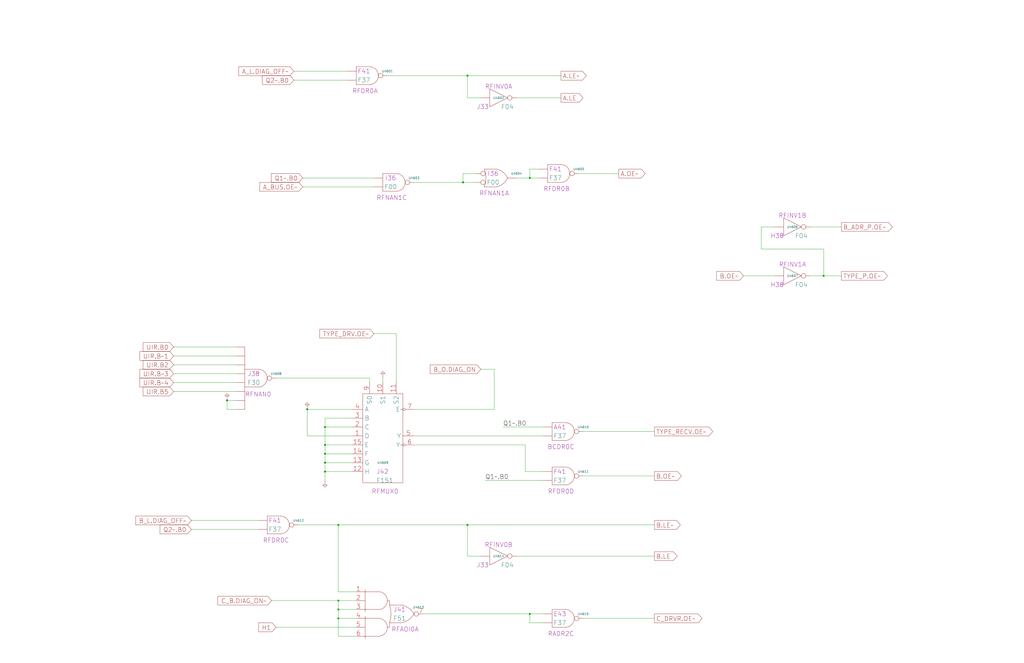
<source format=kicad_sch>
(kicad_sch (version 20250114) (generator "eeschema") (generator_version "9.0")
  (paper "User" 584.2 378.46)
  (title_block (title "REGISTER FILE CONTROL") (date "15-MAR-90") (rev "1.0") (comment 1 "TYPE") (comment 2 "232-003062") (comment 3 "S400") (comment 4 "RELEASED"))
  (lib_symbols
    (symbol "r1000:F00" (pin_numbers (hide yes)) (pin_names (hide yes))
      (property "Reference" "U" (at 15.24 0 0))
      (property "Value" "F00" (at 1.905 -5.08 0))
      (property "Location" "___" (at 1.905 0 0))
      (property "Name" "______" (at 2.54 -12.7 0))
      (symbol "F00_0_1"
        (polyline (pts (xy -2.54 2.54) (xy -2.54 -7.62)) (stroke (width 0.1524)))
        (polyline (pts (xy -2.54 2.54) (xy 5.08 2.54)) (stroke (width 0.1524)))
        (polyline (pts (xy -2.54 -7.62) (xy 5.08 -7.62)) (stroke (width 0.1524)))
        (arc (start 5.08 2.54) (mid 10.1281 -2.54) (end 5.08 -7.62) (stroke (width 0.1524)))
        (circle (center 11.43 -2.54) (radius 1.27) (stroke (width 0.1524)))
      )
      (symbol "F00_0_2"
        (arc (start -3.175 2.54) (mid -2.134 -2.54) (end -3.175 -7.62) (stroke (width 0.1524)))
        (circle (center -3.81 0) (radius 1.27) (stroke (width 0.1524)))
        (circle (center -3.81 -5.08) (radius 1.27) (stroke (width 0.1524)))
        (polyline (pts (xy -3.175 2.54) (xy 3.81 2.54)) (stroke (width 0.1524)))
        (polyline (pts (xy -3.175 -7.62) (xy 3.81 -7.62)) (stroke (width 0.1524)))
        (arc (start 3.81 2.54) (mid 7.5828 0.7472) (end 10.16 -2.54) (stroke (width 0.1524)))
        (arc (start 10.16 -2.54) (mid 7.5855 -5.8306) (end 3.81 -7.62) (stroke (width 0.1524)))
      )
      (symbol "F00_1_1"
        (pin input line (at -7.62 0 0) (length 5.08) (name "D0") (number "1"))
        (pin input line (at -7.62 -5.08 0) (length 5.08) (name "D1") (number "2"))
        (pin output line (at 15.24 -2.54 180) (length 2.54) (name "Q") (number "3"))
      )
      (symbol "F00_1_2"
        (pin input line (at -7.62 0 0) (length 2.54) (name "D0") (number "1"))
        (pin input line (at -7.62 -5.08 0) (length 2.54) (name "D1") (number "2"))
        (pin output line (at 15.24 -2.54 180) (length 5.08) (name "Q") (number "3"))
      )
    )
    (symbol "r1000:F04" (pin_numbers (hide yes)) (pin_names (hide yes))
      (property "Reference" "U" (at 0 0 0))
      (property "Value" "F04" (at 1.27 -5.08 0))
      (property "Location" "___" (at -12.7 -5.08 0))
      (property "Name" "______" (at 0 5.08 0))
      (symbol "F04_0_1"
        (polyline (pts (xy -7.62 0) (xy -5.08 0)) (stroke (width 0.1524)))
        (polyline (pts (xy -5.08 5.08) (xy -5.08 -5.08)) (stroke (width 0.1524)))
        (polyline (pts (xy 5.08 0) (xy -5.08 5.08)) (stroke (width 0.1524)))
        (polyline (pts (xy 5.08 0) (xy -5.08 -5.08)) (stroke (width 0.1524)))
        (circle (center 6.35 0) (radius 1.27) (stroke (width 0.1524)))
      )
      (symbol "F04_1_1"
        (pin input line (at -10.16 0 0) (length 2.54) (name "D0") (number "1"))
        (pin output line (at 10.16 0 180) (length 2.54) (name "Q") (number "2"))
      )
    )
    (symbol "r1000:F151" (pin_names (offset 1.016))
      (property "Reference" "U" (at 2.54 5.08 0))
      (property "Value" "F151" (at -1.27 -5.08 0))
      (property "Location" "___" (at -1.27 0 0))
      (property "Name" "______" (at 3.81 -12.7 0))
      (symbol "F151_1_1"
        (rectangle (start -8.89 44.45) (end 13.97 -6.35))
        (circle (center 14.605 35.56) (radius 0.635))
        (circle (center 14.605 15.24) (radius 0.635))
        (pin input line (at -15.24 35.56 0) (length 6.35) (name "A") (number "4"))
        (pin input line (at -15.24 30.48 0) (length 6.35) (name "B") (number "3"))
        (pin input line (at -15.24 25.4 0) (length 6.35) (name "C") (number "2"))
        (pin input line (at -15.24 20.32 0) (length 6.35) (name "D") (number "1"))
        (pin input line (at -15.24 15.24 0) (length 6.35) (name "E") (number "15"))
        (pin input line (at -15.24 10.16 0) (length 6.35) (name "F") (number "14"))
        (pin input line (at -15.24 5.08 0) (length 6.35) (name "G") (number "13"))
        (pin input line (at -15.24 0 0) (length 6.35) (name "H") (number "12"))
        (pin input line (at -5.08 50.8 270) (length 6.35) (name "S0") (number "9"))
        (pin input line (at 2.54 50.8 270) (length 6.35) (name "S1") (number "10"))
        (pin input line (at 10.16 50.8 270) (length 6.35) (name "S2") (number "11"))
        (pin input line (at 20.32 35.56 180) (length 5.08) (name "E~") (number "7"))
        (pin output line (at 20.32 20.32 180) (length 6.35) (name "Y") (number "5"))
        (pin output line (at 20.32 15.24 180) (length 5.08) (name "Y~") (number "6"))
      )
    )
    (symbol "r1000:F30" (pin_numbers (hide yes)) (pin_names (hide yes))
      (property "Reference" "U" (at 15.24 2.54 0))
      (property "Value" "F30" (at 2.54 -2.54 0))
      (property "Location" "___" (at 2.54 2.54 0))
      (property "Name" "______" (at 5.08 -10.62 0))
      (symbol "F30_0_0"
        (polyline (pts (xy -2.54 5.08) (xy 5.08 5.08)) (stroke (width 0.1524)))
        (polyline (pts (xy -2.54 -5.08) (xy 5.08 -5.08)) (stroke (width 0.1524)))
        (arc (start 5.08 5.08) (mid 8.6721 3.5921) (end 10.16 0) (stroke (width 0.1524)))
        (arc (start 10.16 0) (mid 8.6721 -3.5921) (end 5.08 -5.08) (stroke (width 0.1524)))
        (circle (center 11.43 0) (radius 1.27) (stroke (width 0.1524)))
      )
      (symbol "F30_0_1"
        (polyline (pts (xy -2.54 17.78) (xy -2.54 17.145)) (stroke (width 0.1524)))
        (polyline (pts (xy -2.54 17.145) (xy -2.54 7.62)) (stroke (width 0.1524)))
        (polyline (pts (xy -2.54 7.62) (xy -2.54 5.08)) (stroke (width 0.1524)))
        (polyline (pts (xy -2.54 5.08) (xy -2.54 -5.08)) (stroke (width 0.1524)))
        (polyline (pts (xy -2.54 -5.08) (xy -2.54 -7.62)) (stroke (width 0.1524)))
        (polyline (pts (xy -2.54 -7.62) (xy -2.54 -17.78)) (stroke (width 0.1524)))
      )
      (symbol "F30_1_1"
        (pin input line (at -7.62 17.78 0) (length 5.08) (name "D0") (number "11"))
        (pin input line (at -7.62 12.7 0) (length 5.08) (name "D1") (number "12"))
        (pin input line (at -7.62 7.62 0) (length 5.08) (name "D2") (number "1"))
        (pin input line (at -7.62 2.54 0) (length 5.08) (name "D3") (number "2"))
        (pin input line (at -7.62 -2.54 0) (length 5.08) (name "D4") (number "3"))
        (pin input line (at -7.62 -7.62 0) (length 5.08) (name "D5") (number "4"))
        (pin input line (at -7.62 -12.7 0) (length 5.08) (name "D6") (number "5"))
        (pin input line (at -7.62 -17.78 0) (length 5.08) (name "D7") (number "6"))
        (pin output line (at 15.24 0 180) (length 2.54) (name "Q") (number "8"))
      )
    )
    (symbol "r1000:F37" (pin_numbers (hide yes)) (pin_names (offset 0) (hide yes))
      (property "Reference" "U" (at 15.24 0 0))
      (property "Value" "F37" (at 1.905 -5.08 0))
      (property "Location" "___" (at 1.905 0 0))
      (property "Name" "______" (at 2.54 -12.7 0))
      (symbol "F37_0_1"
        (polyline (pts (xy -2.54 2.54) (xy -2.54 -7.62)) (stroke (width 0.1524)))
        (polyline (pts (xy -2.54 2.54) (xy 5.08 2.54)) (stroke (width 0.1524)))
        (polyline (pts (xy -2.54 -7.62) (xy 5.08 -7.62)) (stroke (width 0.1524)))
        (arc (start 5.08 2.54) (mid 10.1281 -2.54) (end 5.08 -7.62) (stroke (width 0.1524)))
        (circle (center 11.43 -2.54) (radius 1.27) (stroke (width 0.1524)))
      )
      (symbol "F37_0_2"
        (arc (start -3.175 2.54) (mid -2.134 -2.54) (end -3.175 -7.62) (stroke (width 0.1524)))
        (circle (center -3.81 0) (radius 1.27) (stroke (width 0.1524)))
        (circle (center -3.81 -5.08) (radius 1.27) (stroke (width 0.1524)))
        (polyline (pts (xy -3.175 2.54) (xy 3.81 2.54)) (stroke (width 0.1524)))
        (polyline (pts (xy -3.175 -7.62) (xy 3.81 -7.62)) (stroke (width 0.1524)))
        (arc (start 3.81 2.54) (mid 7.5828 0.7472) (end 10.16 -2.54) (stroke (width 0.1524)))
        (arc (start 10.16 -2.54) (mid 7.5855 -5.8306) (end 3.81 -7.62) (stroke (width 0.1524)))
      )
      (symbol "F37_1_1"
        (pin input line (at -7.62 0 0) (length 5.08) (name "D0") (number "1"))
        (pin input line (at -7.62 -5.08 0) (length 5.08) (name "D1") (number "2"))
        (pin output line (at 15.24 -2.54 180) (length 2.54) (name "Q") (number "3"))
      )
      (symbol "F37_1_2"
        (pin input line (at -7.62 0 0) (length 2.54) (name "D0") (number "1"))
        (pin input line (at -7.62 -5.08 0) (length 2.54) (name "D1") (number "2"))
        (pin output line (at 15.24 -2.54 180) (length 5.08) (name "Q") (number "3"))
      )
    )
    (symbol "r1000:F51" (pin_names (hide yes))
      (property "Reference" "U" (at 12.7 1.27 0))
      (property "Value" "F51" (at 1.905 -5.08 0))
      (property "Location" "___" (at 1.905 0 0))
      (property "Name" "______" (at 5.08 -12.7 0))
      (symbol "F51_0_0"
        (polyline (pts (xy -20.32 10.16) (xy -17.78 10.16)) (stroke (width 0.1524)))
        (polyline (pts (xy -20.32 5.08) (xy -17.78 5.08)) (stroke (width 0.1524)))
        (polyline (pts (xy -20.32 0) (xy -17.78 0)) (stroke (width 0.1524)))
        (polyline (pts (xy -20.32 -5.08) (xy -17.78 -5.08)) (stroke (width 0.1524)))
        (polyline (pts (xy -20.32 -10.16) (xy -17.78 -10.16)) (stroke (width 0.1524)))
        (polyline (pts (xy -20.32 -15.24) (xy -17.78 -15.24)) (stroke (width 0.1524)))
        (arc (start -3.8173 2.54) (mid -2.9926 -2.54) (end -3.8173 -7.62) (stroke (width 0.1524)))
        (polyline (pts (xy -17.78 11.43) (xy -17.78 -1.27)) (stroke (width 0.1524)))
        (polyline (pts (xy -17.78 -3.81) (xy -17.78 -16.51)) (stroke (width 0.1524)))
        (polyline (pts (xy -10.16 10.16) (xy -17.78 10.16)) (stroke (width 0.1524)))
        (arc (start -10.16 10.16) (mid -6.5679 8.6721) (end -5.08 5.08) (stroke (width 0.1524)))
        (arc (start -5.08 5.08) (mid -6.5679 1.4879) (end -10.16 0) (stroke (width 0.1524)))
        (polyline (pts (xy -10.16 0) (xy -17.78 0)) (stroke (width 0.1524)))
        (polyline (pts (xy -10.16 -5.08) (xy -17.78 -5.08)) (stroke (width 0.1524)))
        (arc (start -10.16 -5.08) (mid -6.5679 -6.5679) (end -5.08 -10.16) (stroke (width 0.1524)))
        (arc (start -5.08 -10.16) (mid -6.5679 -13.7521) (end -10.16 -15.24) (stroke (width 0.1524)))
        (polyline (pts (xy -10.16 -15.24) (xy -17.78 -15.24)) (stroke (width 0.1524)))
        (polyline (pts (xy -5.08 5.08) (xy -3.81 5.08) (xy -3.81 2.54)) (stroke (width 0.1524)))
        (polyline (pts (xy -5.08 -10.16) (xy -3.81 -10.16) (xy -3.81 -7.62)) (stroke (width 0.1524)))
        (polyline (pts (xy -3.81 2.54) (xy 2.54 2.54)) (stroke (width 0.1524)))
        (polyline (pts (xy -3.81 -7.62) (xy 2.54 -7.62)) (stroke (width 0.1524)))
        (arc (start 10.16 -2.54) (mid 6.9504 -5.9807) (end 2.54 -7.62) (stroke (width 0.1524)))
        (arc (start 2.54 2.54) (mid 6.9516 0.9024) (end 10.16 -2.54) (stroke (width 0.1524)))
        (circle (center 11.43 -2.54) (radius 1.27) (stroke (width 0.1524)))
      )
      (symbol "F51_1_1"
        (pin input line (at -22.86 10.16 0) (length 2.54) (name "A1") (number "1"))
        (pin input line (at -22.86 5.08 0) (length 2.54) (name "A2") (number "2"))
        (pin input line (at -22.86 0 0) (length 2.54) (name "A3") (number "3"))
        (pin input line (at -22.86 -5.08 0) (length 2.54) (name "B1") (number "4"))
        (pin input line (at -22.86 -10.16 0) (length 2.54) (name "B2") (number "5"))
        (pin input line (at -22.86 -15.24 0) (length 2.54) (name "B3") (number "6"))
        (pin output line (at 15.24 -2.54 180) (length 2.54) (name "Q") (number "7"))
      )
    )
    (symbol "r1000:PD" (power) (pin_numbers (hide yes)) (pin_names (hide yes)) (in_bom no)
      (symbol "PD_0_1"
        (polyline (pts (xy 0 -2.54) (xy 1.27 -2.54) (xy 0 -3.81) (xy -1.27 -2.54) (xy 0 -2.54)) (stroke (width 0.1524)))
      )
      (symbol "PD_1_1"
        (pin power_in line (at 0 0 270) (length 2.54) (name "PD") (number "1"))
      )
    )
    (symbol "r1000:PU" (power) (pin_numbers (hide yes)) (pin_names (hide yes))
      (symbol "PU_0_1"
        (polyline (pts (xy 0 2.54) (xy -1.27 2.54) (xy 0 3.81) (xy 1.27 2.54) (xy 0 2.54)) (stroke (width 0.1524)))
      )
      (symbol "PU_1_1"
        (pin power_in line (at 0 0 90) (length 2.54) (name "PU") (number "1"))
      )
    )
  )
  (junction (at 185.42 243.84))
  (junction (at 185.42 254))
  (junction (at 129.54 228.6))
  (junction (at 266.7 299.72))
  (junction (at 264.16 104.14))
  (junction (at 193.04 299.72))
  (junction (at 469.9 157.48))
  (junction (at 302.26 101.6))
  (junction (at 266.7 43.18))
  (junction (at 193.04 342.9))
  (junction (at 175.26 233.68))
  (junction (at 193.04 347.98))
  (junction (at 193.04 353.06))
  (junction (at 185.42 269.24))
  (junction (at 185.42 264.16))
  (junction (at 185.42 259.08))
  (junction (at 302.26 350.52))
  (wire (pts (xy 266.7 43.18) (xy 320.04 43.18)))
  (wire (pts (xy 236.22 248.92) (xy 309.88 248.92)))
  (wire (pts (xy 469.9 157.48) (xy 480.06 157.48)))
  (wire (pts (xy 185.42 264.16) (xy 200.66 264.16)))
  (wire (pts (xy 299.72 269.24) (xy 299.72 254)))
  (wire (pts (xy 193.04 342.9) (xy 203.2 342.9)))
  (wire (pts (xy 185.42 254) (xy 200.66 254)))
  (wire (pts (xy 99.06 218.44) (xy 134.62 218.44)))
  (wire (pts (xy 185.42 254) (xy 185.42 259.08)))
  (wire (pts (xy 218.44 215.9) (xy 218.44 218.44)))
  (wire (pts (xy 185.42 238.76) (xy 185.42 243.84)))
  (wire (pts (xy 274.32 55.88) (xy 266.7 55.88)))
  (wire (pts (xy 332.74 353.06) (xy 373.38 353.06)))
  (wire (pts (xy 264.16 104.14) (xy 271.78 104.14)))
  (wire (pts (xy 172.72 106.68) (xy 213.36 106.68)))
  (wire (pts (xy 266.7 317.5) (xy 266.7 299.72)))
  (wire (pts (xy 434.34 129.54) (xy 434.34 142.24)))
  (wire (pts (xy 193.04 353.06) (xy 203.2 353.06)))
  (wire (pts (xy 424.18 157.48) (xy 441.96 157.48)))
  (wire (pts (xy 193.04 337.82) (xy 193.04 299.72)))
  (wire (pts (xy 170.18 299.72) (xy 193.04 299.72)))
  (wire (pts (xy 193.04 363.22) (xy 193.04 353.06)))
  (wire (pts (xy 157.48 358.14) (xy 203.2 358.14)))
  (wire (pts (xy 99.06 213.36) (xy 134.62 213.36)))
  (wire (pts (xy 129.54 228.6) (xy 134.62 228.6)))
  (wire (pts (xy 185.42 264.16) (xy 185.42 269.24)))
  (wire (pts (xy 241.3 350.52) (xy 302.26 350.52)))
  (wire (pts (xy 203.2 337.82) (xy 193.04 337.82)))
  (wire (pts (xy 154.94 342.9) (xy 193.04 342.9)))
  (wire (pts (xy 302.26 101.6) (xy 307.34 101.6)))
  (wire (pts (xy 332.74 246.38) (xy 373.38 246.38)))
  (wire (pts (xy 462.28 129.54) (xy 480.06 129.54)))
  (wire (pts (xy 99.06 203.2) (xy 134.62 203.2)))
  (wire (pts (xy 185.42 269.24) (xy 200.66 269.24)))
  (wire (pts (xy 99.06 198.12) (xy 134.62 198.12)))
  (wire (pts (xy 266.7 299.72) (xy 373.38 299.72)))
  (wire (pts (xy 157.48 215.9) (xy 210.82 215.9)))
  (wire (pts (xy 210.82 218.44) (xy 210.82 215.9)))
  (wire (pts (xy 266.7 55.88) (xy 266.7 43.18)))
  (wire (pts (xy 332.74 271.78) (xy 373.38 271.78)))
  (wire (pts (xy 434.34 142.24) (xy 469.9 142.24)))
  (wire (pts (xy 271.78 99.06) (xy 264.16 99.06)))
  (wire (pts (xy 167.64 40.64) (xy 198.12 40.64)))
  (wire (pts (xy 193.04 347.98) (xy 203.2 347.98)))
  (wire (pts (xy 175.26 233.68) (xy 200.66 233.68)))
  (wire (pts (xy 294.64 55.88) (xy 320.04 55.88)))
  (wire (pts (xy 226.06 190.5) (xy 213.36 190.5)))
  (wire (pts (xy 309.88 355.6) (xy 302.26 355.6)))
  (wire (pts (xy 299.72 254) (xy 236.22 254)))
  (wire (pts (xy 462.28 157.48) (xy 469.9 157.48)))
  (wire (pts (xy 294.64 317.5) (xy 373.38 317.5)))
  (wire (pts (xy 193.04 299.72) (xy 266.7 299.72)))
  (wire (pts (xy 200.66 238.76) (xy 185.42 238.76)))
  (wire (pts (xy 302.26 350.52) (xy 309.88 350.52)))
  (wire (pts (xy 236.22 233.68) (xy 281.94 233.68)))
  (wire (pts (xy 167.64 45.72) (xy 198.12 45.72)))
  (wire (pts (xy 129.54 233.68) (xy 129.54 228.6)))
  (wire (pts (xy 281.94 210.82) (xy 281.94 233.68)))
  (wire (pts (xy 193.04 353.06) (xy 193.04 347.98)))
  (wire (pts (xy 109.22 302.26) (xy 147.32 302.26)))
  (wire (pts (xy 203.2 363.22) (xy 193.04 363.22)))
  (wire (pts (xy 99.06 208.28) (xy 134.62 208.28)))
  (wire (pts (xy 185.42 259.08) (xy 200.66 259.08)))
  (wire (pts (xy 172.72 101.6) (xy 213.36 101.6)))
  (wire (pts (xy 469.9 142.24) (xy 469.9 157.48)))
  (wire (pts (xy 185.42 259.08) (xy 185.42 264.16)))
  (wire (pts (xy 302.26 355.6) (xy 302.26 350.52)))
  (wire (pts (xy 307.34 96.52) (xy 302.26 96.52)))
  (wire (pts (xy 264.16 99.06) (xy 264.16 104.14)))
  (wire (pts (xy 175.26 248.92) (xy 175.26 233.68)))
  (wire (pts (xy 299.72 269.24) (xy 309.88 269.24)))
  (wire (pts (xy 185.42 243.84) (xy 200.66 243.84)))
  (wire (pts (xy 193.04 347.98) (xy 193.04 342.9)))
  (wire (pts (xy 220.98 43.18) (xy 266.7 43.18)))
  (wire (pts (xy 226.06 218.44) (xy 226.06 190.5)))
  (wire (pts (xy 274.32 317.5) (xy 266.7 317.5)))
  (wire (pts (xy 441.96 129.54) (xy 434.34 129.54)))
  (wire (pts (xy 185.42 269.24) (xy 185.42 274.32)))
  (wire (pts (xy 274.32 210.82) (xy 281.94 210.82)))
  (wire (pts (xy 294.64 101.6) (xy 302.26 101.6)))
  (wire (pts (xy 287.02 243.84) (xy 309.88 243.84)))
  (wire (pts (xy 200.66 248.92) (xy 175.26 248.92)))
  (wire (pts (xy 185.42 243.84) (xy 185.42 254)))
  (wire (pts (xy 330.2 99.06) (xy 353.06 99.06)))
  (wire (pts (xy 302.26 96.52) (xy 302.26 101.6)))
  (wire (pts (xy 276.86 274.32) (xy 309.88 274.32)))
  (wire (pts (xy 236.22 104.14) (xy 264.16 104.14)))
  (wire (pts (xy 134.62 233.68) (xy 129.54 233.68)))
  (wire (pts (xy 99.06 223.52) (xy 134.62 223.52)))
  (wire (pts (xy 109.22 297.18) (xy 147.32 297.18)))
  (label "Q1~.B0" (at 276.86 274.32 0) (effects (font (size 2.54 2.54))))
  (label "Q1~.B0" (at 287.02 243.84 0) (effects (font (size 2.54 2.54))))
  (global_label "B.LE" (shape output) (at 373.38 317.5 0) (effects (font (size 2.54 2.54))) (property "Intersheetrefs" "${INTERSHEET_REFS}" (at 386.3098 317.3413 0) (effects (font (size 1.905 1.905)) (justify left))))
  (global_label "B_L.DIAG_OFF~" (shape input) (at 109.22 297.18 180) (effects (font (size 2.54 2.54))) (property "Intersheetrefs" "${INTERSHEET_REFS}" (at 77.4216 297.0213 0) (effects (font (size 1.905 1.905)) (justify right))))
  (global_label "UIR.B~4" (shape input) (at 99.06 218.44 180) (effects (font (size 2.54 2.54))) (property "Intersheetrefs" "${INTERSHEET_REFS}" (at 79.8407 218.2813 0) (effects (font (size 1.905 1.905)) (justify right))))
  (global_label "B_ADR_P.OE~" (shape output) (at 480.06 129.54 0) (effects (font (size 2.54 2.54))) (property "Intersheetrefs" "${INTERSHEET_REFS}" (at 509.0765 129.3813 0) (effects (font (size 1.905 1.905)) (justify left))))
  (global_label "A.OE~" (shape output) (at 353.06 99.06 0) (effects (font (size 2.54 2.54))) (property "Intersheetrefs" "${INTERSHEET_REFS}" (at 368.046 98.9013 0) (effects (font (size 1.905 1.905)) (justify left))))
  (global_label "A.LE~" (shape output) (at 320.04 43.18 0) (effects (font (size 2.54 2.54))) (property "Intersheetrefs" "${INTERSHEET_REFS}" (at 334.4212 43.0213 0) (effects (font (size 1.905 1.905)) (justify left))))
  (global_label "TYPE_DRV.OE~" (shape input) (at 213.36 190.5 180) (effects (font (size 2.54 2.54))) (property "Intersheetrefs" "${INTERSHEET_REFS}" (at 182.4083 190.3413 0) (effects (font (size 1.905 1.905)) (justify right))))
  (global_label "UIR.B5" (shape input) (at 99.06 223.52 180) (effects (font (size 2.54 2.54))) (property "Intersheetrefs" "${INTERSHEET_REFS}" (at 81.655 223.3613 0) (effects (font (size 1.905 1.905)) (justify right))))
  (global_label "A_BUS.OE~" (shape input) (at 172.72 106.68 180) (effects (font (size 2.54 2.54))) (property "Intersheetrefs" "${INTERSHEET_REFS}" (at 148.1788 106.5213 0) (effects (font (size 1.905 1.905)) (justify right))))
  (global_label "UIR.B~1" (shape input) (at 99.06 203.2 180) (effects (font (size 2.54 2.54))) (property "Intersheetrefs" "${INTERSHEET_REFS}" (at 79.8407 203.0413 0) (effects (font (size 1.905 1.905)) (justify right))))
  (global_label "B.OE~" (shape input) (at 424.18 157.48 180) (effects (font (size 2.54 2.54))) (property "Intersheetrefs" "${INTERSHEET_REFS}" (at 408.8311 157.3213 0) (effects (font (size 1.905 1.905)) (justify right))))
  (global_label "C_B.DIAG_ON~" (shape input) (at 154.94 342.9 180) (effects (font (size 2.54 2.54))) (property "Intersheetrefs" "${INTERSHEET_REFS}" (at 124.3511 342.7413 0) (effects (font (size 1.905 1.905)) (justify right))))
  (global_label "UIR.B~3" (shape input) (at 99.06 213.36 180) (effects (font (size 2.54 2.54))) (property "Intersheetrefs" "${INTERSHEET_REFS}" (at 79.8407 213.2013 0) (effects (font (size 1.905 1.905)) (justify right))))
  (global_label "Q2~.B0" (shape input) (at 167.64 45.72 180) (effects (font (size 2.54 2.54))) (property "Intersheetrefs" "${INTERSHEET_REFS}" (at 149.7511 45.5613 0) (effects (font (size 1.905 1.905)) (justify right))))
  (global_label "B_O.DIAG_ON" (shape input) (at 274.32 210.82 180) (effects (font (size 2.54 2.54))) (property "Intersheetrefs" "${INTERSHEET_REFS}" (at 245.4245 210.6613 0) (effects (font (size 1.905 1.905)) (justify right))))
  (global_label "Q2~.B0" (shape input) (at 109.22 302.26 180) (effects (font (size 2.54 2.54))) (property "Intersheetrefs" "${INTERSHEET_REFS}" (at 91.3311 302.1013 0) (effects (font (size 1.905 1.905)) (justify right))))
  (global_label "TYPE_RECV.OE~" (shape output) (at 373.38 246.38 0) (effects (font (size 2.54 2.54))) (property "Intersheetrefs" "${INTERSHEET_REFS}" (at 406.6298 246.2213 0) (effects (font (size 1.905 1.905)) (justify left))))
  (global_label "H1" (shape input) (at 157.48 358.14 180) (effects (font (size 2.54 2.54))) (property "Intersheetrefs" "${INTERSHEET_REFS}" (at 147.574 357.9813 0) (effects (font (size 1.905 1.905)) (justify right))))
  (global_label "A.LE" (shape output) (at 320.04 55.88 0) (effects (font (size 2.54 2.54))) (property "Intersheetrefs" "${INTERSHEET_REFS}" (at 332.607 55.7213 0) (effects (font (size 1.905 1.905)) (justify left))))
  (global_label "TYPE_P.OE~" (shape output) (at 480.06 157.48 0) (effects (font (size 2.54 2.54))) (property "Intersheetrefs" "${INTERSHEET_REFS}" (at 506.2946 157.3213 0) (effects (font (size 1.905 1.905)) (justify left))))
  (global_label "C_DRVR.OE~" (shape output) (at 373.38 353.06 0) (effects (font (size 2.54 2.54))) (property "Intersheetrefs" "${INTERSHEET_REFS}" (at 400.4612 352.9013 0) (effects (font (size 1.905 1.905)) (justify left))))
  (global_label "B.LE~" (shape output) (at 373.38 299.72 0) (effects (font (size 2.54 2.54))) (property "Intersheetrefs" "${INTERSHEET_REFS}" (at 388.1241 299.5613 0) (effects (font (size 1.905 1.905)) (justify left))))
  (global_label "B.OE~" (shape output) (at 373.38 271.78 0) (effects (font (size 2.54 2.54))) (property "Intersheetrefs" "${INTERSHEET_REFS}" (at 388.7289 271.6213 0) (effects (font (size 1.905 1.905)) (justify left))))
  (global_label "Q1~.B0" (shape input) (at 172.72 101.6 180) (effects (font (size 2.54 2.54))) (property "Intersheetrefs" "${INTERSHEET_REFS}" (at 154.8311 101.4413 0) (effects (font (size 1.905 1.905)) (justify right))))
  (global_label "A_L.DIAG_OFF~" (shape input) (at 167.64 40.64 180) (effects (font (size 2.54 2.54))) (property "Intersheetrefs" "${INTERSHEET_REFS}" (at 136.2045 40.4813 0) (effects (font (size 1.905 1.905)) (justify right))))
  (global_label "UIR.B2" (shape input) (at 99.06 208.28 180) (effects (font (size 2.54 2.54))) (property "Intersheetrefs" "${INTERSHEET_REFS}" (at 81.655 208.1213 0) (effects (font (size 1.905 1.905)) (justify right))))
  (global_label "UIR.B0" (shape input) (at 99.06 198.12 180) (effects (font (size 2.54 2.54))) (property "Intersheetrefs" "${INTERSHEET_REFS}" (at 81.655 197.9613 0) (effects (font (size 1.905 1.905)) (justify right))))
  (symbol (lib_id "r1000:F37") (at 154.94 297.18 0) (unit 1)
    (property "Reference" "U4612" (at 170.18 297.18 0))
    (property "Value" "F37" (at 156.845 302.26 0) (effects (font (size 2.54 2.54))))
    (property "Location" "F41" (at 156.845 297.18 0) (effects (font (size 2.54 2.54))))
    (property "Name" "RFDR0C" (at 157.48 309.88 0) (effects (font (size 2.54 2.54)) (justify bottom)))
  )
  (symbol (lib_id "r1000:F51") (at 226.06 347.98 0) (unit 1)
    (property "Reference" "U4613" (at 238.76 346.71 0))
    (property "Value" "F51" (at 227.965 353.06 0) (effects (font (size 2.54 2.54))))
    (property "Location" "J41" (at 227.965 347.98 0) (effects (font (size 2.54 2.54))))
    (property "Name" "RFAOI0A" (at 231.14 360.68 0) (effects (font (size 2.54 2.54)) (justify bottom)))
  )
  (symbol (lib_id "r1000:PU") (at 218.44 215.9 0) (unit 1)
    (property "Reference" "#PWR04604" (effects (hide yes)))
    (property "Value" "PU" (effects (hide yes)))
  )
  (symbol (lib_id "r1000:F04") (at 452.12 129.54 0) (unit 1)
    (property "Reference" "U4606" (at 452.12 129.54 0))
    (property "Value" "F04" (at 453.39 134.62 0) (effects (font (size 2.54 2.54)) (justify left)))
    (property "Location" "H38" (at 439.42 134.62 0) (effects (font (size 2.54 2.54)) (justify left)))
    (property "Name" "RFINV1B" (at 452.12 124.46 0) (effects (font (size 2.54 2.54)) (justify bottom)))
  )
  (symbol (lib_id "r1000:F37") (at 317.5 243.84 0) (unit 1)
    (property "Reference" "U4610" (at 332.74 243.84 0))
    (property "Value" "F37" (at 319.405 248.92 0) (effects (font (size 2.54 2.54))))
    (property "Location" "A41" (at 319.405 243.84 0) (effects (font (size 2.54 2.54))))
    (property "Name" "BCDR0C" (at 320.04 256.54 0) (effects (font (size 2.54 2.54)) (justify bottom)))
  )
  (symbol (lib_id "r1000:F04") (at 452.12 157.48 0) (unit 1)
    (property "Reference" "U4607" (at 452.12 157.48 0))
    (property "Value" "F04" (at 453.39 162.56 0) (effects (font (size 2.54 2.54)) (justify left)))
    (property "Location" "H38" (at 439.42 162.56 0) (effects (font (size 2.54 2.54)) (justify left)))
    (property "Name" "RFINV1A" (at 452.12 152.4 0) (effects (font (size 2.54 2.54)) (justify bottom)))
  )
  (symbol (lib_id "r1000:PU") (at 129.54 228.6 0) (unit 1)
    (property "Reference" "#PWR04601" (effects (hide yes)))
    (property "Value" "PU" (effects (hide yes)))
  )
  (symbol (lib_id "r1000:F37") (at 317.5 269.24 0) (unit 1)
    (property "Reference" "U4611" (at 332.74 269.24 0))
    (property "Value" "F37" (at 319.405 274.32 0) (effects (font (size 2.54 2.54))))
    (property "Location" "F41" (at 319.405 269.24 0) (effects (font (size 2.54 2.54))))
    (property "Name" "RFDR0D" (at 320.04 281.94 0) (effects (font (size 2.54 2.54)) (justify bottom)))
  )
  (symbol (lib_id "r1000:F151") (at 215.9 269.24 0) (unit 1)
    (property "Reference" "U4609" (at 218.44 264.16 0))
    (property "Value" "F151" (at 214.63 274.32 0) (effects (font (size 2.54 2.54)) (justify left)))
    (property "Location" "J42" (at 214.63 269.24 0) (effects (font (size 2.54 2.54)) (justify left)))
    (property "Name" "RFMUX0" (at 219.71 281.94 0) (effects (font (size 2.54 2.54)) (justify bottom)))
  )
  (symbol (lib_id "r1000:PD") (at 185.42 274.32 0) (unit 1) (in_bom no)
    (property "Reference" "#PWR04603" (effects (hide yes)))
    (property "Value" "PD" (effects (hide yes)))
  )
  (symbol (lib_id "r1000:F04") (at 284.48 317.5 0) (unit 1)
    (property "Reference" "U4614" (at 284.48 317.5 0))
    (property "Value" "F04" (at 285.75 322.58 0) (effects (font (size 2.54 2.54)) (justify left)))
    (property "Location" "J33" (at 271.78 322.58 0) (effects (font (size 2.54 2.54)) (justify left)))
    (property "Name" "RFINV0B" (at 284.48 312.42 0) (effects (font (size 2.54 2.54)) (justify bottom)))
  )
  (symbol (lib_id "r1000:F30") (at 142.24 215.9 0) (unit 1)
    (property "Reference" "U4608" (at 157.48 213.36 0))
    (property "Value" "F30" (at 144.78 218.44 0) (effects (font (size 2.54 2.54))))
    (property "Location" "J38" (at 144.78 213.36 0) (effects (font (size 2.54 2.54))))
    (property "Name" "RFNAN0" (at 147.32 226.52 0) (effects (font (size 2.54 2.54)) (justify bottom)))
  )
  (symbol (lib_id "r1000:F00") (at 279.4 99.06 0) (unit 1) (convert 2)
    (property "Reference" "U4604" (at 294.64 99.06 0))
    (property "Value" "F00" (at 281.305 104.14 0) (effects (font (size 2.54 2.54))))
    (property "Location" "I36" (at 281.305 99.06 0) (effects (font (size 2.54 2.54))))
    (property "Name" "RFNAN1A" (at 281.94 111.76 0) (effects (font (size 2.54 2.54)) (justify bottom)))
  )
  (symbol (lib_id "r1000:PU") (at 175.26 233.68 0) (unit 1)
    (property "Reference" "#PWR04602" (effects (hide yes)))
    (property "Value" "PU" (effects (hide yes)))
  )
  (symbol (lib_id "r1000:F00") (at 220.98 101.6 0) (unit 1)
    (property "Reference" "U4603" (at 236.22 101.6 0))
    (property "Value" "F00" (at 222.885 106.68 0) (effects (font (size 2.54 2.54))))
    (property "Location" "I36" (at 222.885 101.6 0) (effects (font (size 2.54 2.54))))
    (property "Name" "RFNAN1C" (at 223.52 114.3 0) (effects (font (size 2.54 2.54)) (justify bottom)))
  )
  (symbol (lib_id "r1000:F37") (at 317.5 350.52 0) (unit 1)
    (property "Reference" "U4615" (at 332.74 350.52 0))
    (property "Value" "F37" (at 319.405 355.6 0) (effects (font (size 2.54 2.54))))
    (property "Location" "E43" (at 319.405 350.52 0) (effects (font (size 2.54 2.54))))
    (property "Name" "RADR2C" (at 320.04 363.22 0) (effects (font (size 2.54 2.54)) (justify bottom)))
  )
  (symbol (lib_id "r1000:F04") (at 284.48 55.88 0) (unit 1)
    (property "Reference" "U4602" (at 284.48 55.88 0))
    (property "Value" "F04" (at 285.75 60.96 0) (effects (font (size 2.54 2.54)) (justify left)))
    (property "Location" "J33" (at 271.78 60.96 0) (effects (font (size 2.54 2.54)) (justify left)))
    (property "Name" "RFINV0A" (at 284.48 50.8 0) (effects (font (size 2.54 2.54)) (justify bottom)))
  )
  (symbol (lib_id "r1000:F37") (at 205.74 40.64 0) (unit 1)
    (property "Reference" "U4601" (at 220.98 40.64 0))
    (property "Value" "F37" (at 207.645 45.72 0) (effects (font (size 2.54 2.54))))
    (property "Location" "F41" (at 207.645 40.64 0) (effects (font (size 2.54 2.54))))
    (property "Name" "RFDR0A" (at 208.28 53.34 0) (effects (font (size 2.54 2.54)) (justify bottom)))
  )
  (symbol (lib_id "r1000:F37") (at 314.96 96.52 0) (unit 1)
    (property "Reference" "U4605" (at 330.2 96.52 0))
    (property "Value" "F37" (at 316.865 101.6 0) (effects (font (size 2.54 2.54))))
    (property "Location" "F41" (at 316.865 96.52 0) (effects (font (size 2.54 2.54))))
    (property "Name" "RFDR0B" (at 317.5 109.22 0) (effects (font (size 2.54 2.54)) (justify bottom)))
  )
)
</source>
